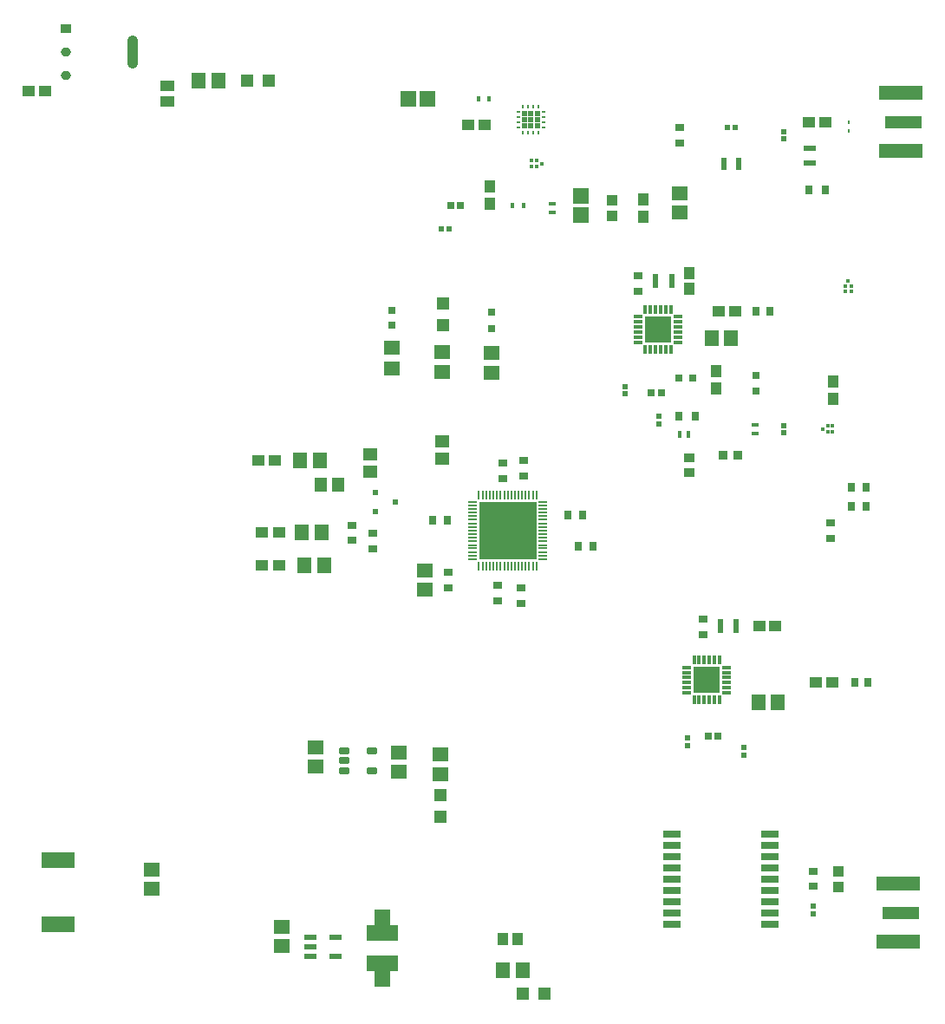
<source format=gtp>
%FSLAX23Y23*%
%MOIN*%
%SFA1B1*%

%IPPOS*%
%AMD33*
4,1,8,0.002600,0.062600,-0.002600,0.062600,-0.019800,0.045400,-0.019800,-0.045400,-0.002600,-0.062600,0.002600,-0.062600,0.019800,-0.045400,0.019800,0.045400,0.002600,0.062600,0.0*
1,1,0.034400,0.002600,0.045400*
1,1,0.034400,-0.002600,0.045400*
1,1,0.034400,-0.002600,-0.045400*
1,1,0.034400,0.002600,-0.045400*
%
%AMD34*
4,1,8,0.002600,0.017200,-0.002600,0.017200,-0.019800,0.000000,-0.019800,0.000000,-0.002600,-0.017200,0.002600,-0.017200,0.019800,0.000000,0.019800,0.000000,0.002600,0.017200,0.0*
1,1,0.034340,0.002600,0.000000*
1,1,0.034340,-0.002600,0.000000*
1,1,0.034340,-0.002600,0.000000*
1,1,0.034340,0.002600,0.000000*
%
%AMD48*
4,1,8,-0.019700,0.009800,-0.019700,-0.009800,-0.017700,-0.011800,0.017700,-0.011800,0.019700,-0.009800,0.019700,0.009800,0.017700,0.011800,-0.017700,0.011800,-0.019700,0.009800,0.0*
1,1,0.004020,-0.017700,0.009800*
1,1,0.004020,-0.017700,-0.009800*
1,1,0.004020,0.017700,-0.009800*
1,1,0.004020,0.017700,0.009800*
%
%ADD19R,0.023620X0.019680*%
%ADD20C,0.063120*%
%ADD21R,0.020290X0.018600*%
%ADD22R,0.018600X0.020290*%
%ADD23R,0.039850X0.045600*%
%ADD24R,0.061270X0.057270*%
%ADD25R,0.045600X0.039850*%
%ADD26R,0.053150X0.041340*%
%ADD27R,0.057270X0.061270*%
%ADD28R,0.025590X0.027560*%
%ADD29R,0.028160X0.026480*%
%ADD30R,0.041340X0.051180*%
%ADD31R,0.053150X0.061020*%
%ADD32R,0.061020X0.053150*%
G04~CAMADD=33~8~0.0~0.0~395.4~1252.8~172.0~0.0~15~0.0~0.0~0.0~0.0~0~0.0~0.0~0.0~0.0~0~0.0~0.0~0.0~0.0~395.4~1252.8*
%ADD33D33*%
G04~CAMADD=34~8~0.0~0.0~395.4~343.4~171.7~0.0~15~0.0~0.0~0.0~0.0~0~0.0~0.0~0.0~0.0~0~0.0~0.0~0.0~0.0~395.4~343.4*
%ADD34D34*%
%ADD35R,0.039540X0.034340*%
%ADD36R,0.125980X0.059840*%
%ADD37R,0.016230X0.024100*%
%ADD38R,0.009840X0.014170*%
%ADD39R,0.035430X0.031500*%
%ADD40R,0.031500X0.035430*%
%ADD41R,0.031500X0.031500*%
%ADD42R,0.035430X0.025590*%
%ADD43R,0.029530X0.033470*%
%ADD44R,0.045460X0.053630*%
%ADD45R,0.053630X0.045460*%
%ADD46R,0.025590X0.013780*%
%ADD47R,0.012290X0.020160*%
G04~CAMADD=48~8~0.0~0.0~236.2~393.7~20.1~0.0~15~0.0~0.0~0.0~0.0~0~0.0~0.0~0.0~0.0~0~0.0~0.0~0.0~90.0~394.0~237.0*
%ADD48D48*%
%ADD49R,0.037720X0.035910*%
%ADD50R,0.049520X0.039850*%
%ADD51R,0.039850X0.049520*%
%ADD52R,0.059240X0.061270*%
%ADD53R,0.061270X0.059240*%
%ADD54R,0.029530X0.031500*%
%ADD55R,0.029530X0.035430*%
%ADD56R,0.039850X0.045620*%
%ADD57R,0.045620X0.039850*%
%ADD58R,0.041340X0.037400*%
%ADD59R,0.035430X0.029530*%
%ADD60R,0.039370X0.041340*%
%ADD61R,0.220870X0.220870*%
%ADD62R,0.005910X0.033470*%
%ADD63R,0.033470X0.005910*%
%ADD64R,0.045280X0.022440*%
%ADD65R,0.022440X0.045280*%
%ADD66R,0.047240X0.047240*%
%ADD67R,0.011810X0.014760*%
%ADD68R,0.014000X0.010000*%
%ADD69R,0.010000X0.014000*%
%ADD70R,0.019000X0.019000*%
%ADD71R,0.014760X0.011810*%
%ADD72R,0.070870X0.031500*%
%ADD73R,0.013780X0.025590*%
%ADD74R,0.165350X0.053150*%
%ADD75R,0.141730X0.050000*%
%ADD76R,0.023620X0.057090*%
%ADD77R,0.031500X0.035430*%
%ADD78R,0.047240X0.047240*%
%ADD79R,0.033470X0.011810*%
%ADD80R,0.011810X0.033470*%
%ADD81R,0.104330X0.104330*%
%ADD82R,0.070870X0.027560*%
%ADD83R,0.047240X0.023620*%
%LNconcentrator_pcb-1*%
%LPD*%
G36*
X1917Y216D02*
X1887D01*
Y157*
X1828*
Y216*
X1799*
Y275*
X1917*
Y216*
G37*
G36*
X1887Y393D02*
X1917D01*
Y334*
X1799*
Y393*
X1828*
Y453*
X1887*
Y393*
G37*
G54D19*
X1909Y2020D03*
X1830Y2057D03*
Y1982D03*
G54D20*
X1860Y370D03*
X1856Y240D03*
G54D21*
X2085Y3070D03*
X2114D03*
X3214Y3460D03*
X3185D03*
G54D22*
X3400Y2285D03*
Y2314D03*
Y3415D03*
Y3444D03*
X3030Y1081D03*
Y1111D03*
X3247Y1046D03*
Y1076D03*
X2790Y2435D03*
Y2464D03*
X2920Y2319D03*
Y2349D03*
X3513Y466D03*
Y436D03*
G54D23*
X2270Y3167D03*
Y3232D03*
X3140Y2457D03*
Y2522D03*
X2860Y3182D03*
Y3117D03*
G54D24*
X3000Y3206D03*
Y3133D03*
X1470Y313D03*
Y386D03*
X1600Y1003D03*
Y1076D03*
X1920Y983D03*
Y1056D03*
X970Y533D03*
Y606D03*
X2020Y1683D03*
Y1756D03*
G54D25*
X3523Y1327D03*
X3588D03*
X3150Y2751D03*
X3215D03*
X497Y3600D03*
X562D03*
G54D26*
X1030Y3619D03*
Y3560D03*
G54D27*
X3376Y1250D03*
X3303D03*
X3196Y2650D03*
X3123D03*
G54D28*
X2998Y2495D03*
X3051D03*
G54D29*
X3110Y1120D03*
X3147D03*
X2892Y2440D03*
X2930D03*
X2121Y3160D03*
X2158D03*
G54D30*
X2378Y340D03*
X2321D03*
G54D31*
X2398Y220D03*
X2321D03*
X1228Y3640D03*
X1151D03*
X1557Y1775D03*
X1633D03*
X1547Y1902D03*
X1623D03*
X1541Y2180D03*
X1618D03*
G54D32*
X2080Y971D03*
Y1048D03*
X1894Y2611D03*
Y2534D03*
X2089Y2595D03*
Y2518D03*
X2277Y2592D03*
Y2515D03*
G54D33*
X899Y3750D03*
G54D34*
X640Y3659D03*
Y3750D03*
G54D35*
X640Y3840D03*
G54D36*
X610Y642D03*
Y397D03*
G54D37*
X2358Y3160D03*
X2401D03*
G54D38*
X3650Y3480D03*
Y3447D03*
G54D39*
X3090Y1569D03*
Y1510D03*
X3580Y1880D03*
Y1939D03*
X2840Y2889D03*
Y2830D03*
X2390Y1630D03*
Y1689D03*
X2300Y1640D03*
Y1699D03*
X2320Y2169D03*
Y2110D03*
X2110Y1690D03*
Y1749D03*
X1820Y1899D03*
Y1840D03*
X2400Y2179D03*
Y2120D03*
G54D40*
X2050Y1950D03*
X2109D03*
X2669Y1850D03*
X2610D03*
X2629Y1970D03*
X2570D03*
G54D41*
X1894Y2698D03*
Y2757D03*
X2276Y2685D03*
Y2750D03*
G54D42*
X1740Y1871D03*
Y1928D03*
X3513Y598D03*
Y541D03*
G54D43*
X3673Y1327D03*
X3725D03*
X3295Y2751D03*
X3346D03*
G54D44*
X1620Y2085D03*
X1689D03*
G54D45*
X1810Y2204D03*
Y2135D03*
X2086Y2185D03*
Y2254D03*
G54D46*
X2510Y3166D03*
Y3133D03*
X3290Y2316D03*
Y2283D03*
G54D47*
X2268Y3569D03*
X2228D03*
G54D48*
X1819Y1062D03*
Y987D03*
X1710D03*
Y1025D03*
Y1062D03*
G54D49*
X3224Y2200D03*
X3167D03*
G54D50*
X3368Y1544D03*
X3307D03*
G54D51*
X3038Y2900D03*
Y2839D03*
G54D52*
X1959Y3570D03*
X2030D03*
G54D53*
X2620Y3195D03*
Y3124D03*
G54D54*
X3294Y2446D03*
Y2505D03*
G54D55*
X3060Y2350D03*
X2999D03*
X3560Y3220D03*
X3499D03*
G54D56*
X3590Y2482D03*
Y2417D03*
G54D57*
X3562Y3480D03*
X3497D03*
X2252Y3470D03*
X2187D03*
X1395Y1775D03*
X1460D03*
X1395Y1902D03*
X1460D03*
X1380Y2180D03*
X1445D03*
G54D58*
X3038Y2189D03*
Y2132D03*
G54D59*
X3000Y3399D03*
Y3460D03*
G54D60*
X2740Y3120D03*
Y3179D03*
X3612Y599D03*
Y540D03*
G54D61*
X2340Y1910D03*
G54D62*
X2229Y2045D03*
X2243D03*
X2257D03*
X2271D03*
X2284D03*
X2298D03*
X2312D03*
X2326D03*
X2340D03*
X2353D03*
X2367D03*
X2381D03*
X2395D03*
X2408D03*
X2422D03*
X2436D03*
X2450D03*
Y1774D03*
X2436D03*
X2422D03*
X2408D03*
X2395D03*
X2381D03*
X2367D03*
X2353D03*
X2340D03*
X2326D03*
X2312D03*
X2298D03*
X2284D03*
X2271D03*
X2257D03*
X2243D03*
X2229D03*
G54D63*
X2475Y2020D03*
Y2006D03*
Y1992D03*
Y1978D03*
Y1965D03*
Y1951D03*
Y1937D03*
Y1923D03*
Y1910D03*
Y1896D03*
Y1882D03*
Y1868D03*
Y1854D03*
Y1841D03*
Y1827D03*
Y1813D03*
Y1799D03*
X2204D03*
Y1813D03*
Y1827D03*
Y1841D03*
Y1854D03*
Y1868D03*
Y1882D03*
Y1896D03*
Y1910D03*
Y1923D03*
Y1937D03*
Y1951D03*
Y1965D03*
Y1978D03*
Y1992D03*
Y2006D03*
Y2020D03*
G54D64*
X3500Y3378D03*
Y3321D03*
G54D65*
X3228Y3320D03*
X3171D03*
G54D66*
X2080Y891D03*
Y808D03*
X2090Y2781D03*
Y2698D03*
G54D67*
X2470Y3320D03*
X2450Y3331D03*
X2430D03*
Y3308D03*
X2450D03*
X3570Y2311D03*
X3589D03*
Y2288D03*
X3570D03*
X3550Y2300D03*
G54D68*
X2380Y3520D03*
Y3500D03*
Y3480D03*
Y3460D03*
X2479D03*
Y3480D03*
Y3500D03*
Y3520D03*
G54D69*
X2399Y3440D03*
X2419D03*
X2439D03*
X2459D03*
Y3539D03*
X2439D03*
X2419D03*
X2399D03*
G54D70*
X2405Y3514D03*
X2429D03*
X2453D03*
X2405Y3490D03*
X2429D03*
X2453D03*
X2405Y3466D03*
X2429D03*
X2453D03*
G54D71*
X3660Y2850D03*
Y2830D03*
X3637D03*
Y2850D03*
X3648Y2869D03*
G54D72*
X2972Y526D03*
X3346Y699D03*
Y656D03*
Y612D03*
Y569D03*
Y526D03*
Y482D03*
Y439D03*
X2972D03*
Y482D03*
Y569D03*
Y612D03*
Y656D03*
Y699D03*
G54D73*
X3035Y2279D03*
X3002D03*
G54D74*
X3852Y3368D03*
Y3591D03*
X3842Y328D03*
Y551D03*
G54D75*
X3860Y3480D03*
X3850Y440D03*
G54D76*
X2971Y2869D03*
X2908D03*
X3156Y1544D03*
X3219D03*
G54D77*
X3661Y2003D03*
Y2076D03*
X3718D03*
Y2003D03*
G54D78*
X1421Y3640D03*
X1338D03*
X2398Y130D03*
X2481D03*
G54D79*
X2995Y2633D03*
Y2653D03*
Y2672D03*
Y2692D03*
Y2712D03*
Y2732D03*
X2841D03*
Y2712D03*
Y2692D03*
Y2672D03*
Y2653D03*
Y2633D03*
X3182Y1286D03*
Y1305D03*
Y1325D03*
Y1345D03*
Y1364D03*
Y1384D03*
X3028D03*
Y1364D03*
Y1345D03*
Y1325D03*
Y1305D03*
Y1286D03*
G54D80*
X2967Y2759D03*
X2947D03*
X2928D03*
X2908D03*
X2888D03*
X2869D03*
Y2606D03*
X2888D03*
X2908D03*
X2928D03*
X2947D03*
X2967D03*
X3154Y1412D03*
X3134D03*
X3115D03*
X3095D03*
X3075D03*
X3056D03*
Y1258D03*
X3075D03*
X3095D03*
X3115D03*
X3134D03*
X3154D03*
G54D81*
X2918Y2682D03*
X3105Y1335D03*
G54D82*
X3346Y742D03*
Y396D03*
X2972D03*
Y742D03*
G54D83*
X1679Y347D03*
Y272D03*
X1580D03*
Y310D03*
Y347D03*
M02*
</source>
